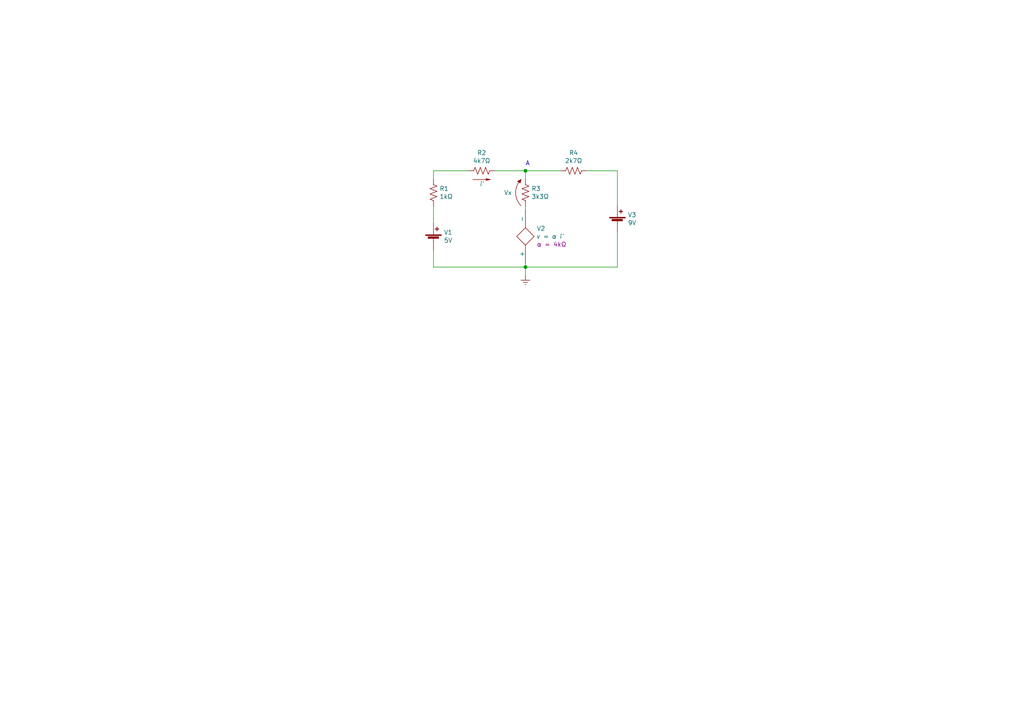
<source format=kicad_sch>
(kicad_sch (version 20211123) (generator eeschema)
  (paper "A4")
  (title_block (title "Questão 5 e 6 - P2/2020 - Noturno") (date "2020-11-18") (rev "0") (company "ETE103 - Fundamentos de Circuitos Analógicos"))
  (lib_symbols
    (symbol "Device:Battery_Cell" (pin_numbers hide) (pin_names (offset 0) hide)
      (property "Reference" "BT" (at 2.54 2.54 0))
      (property "Value" "Battery_Cell" (at 2.54 0 0))
      (symbol "Battery_Cell_0_1"
        (rectangle (start -2.286 1.778) (end 2.286 1.524) (fill (type outline)))
        (rectangle (start -1.5748 1.1938) (end 1.4732 0.6858) (fill (type outline)))
        (polyline (pts (xy 0 0.762) (xy 0 0)))
        (polyline (pts (xy 0 1.778) (xy 0 2.54)))
        (polyline (pts (xy 0.508 3.429) (xy 1.524 3.429)) (stroke (width 0.254)))
        (polyline (pts (xy 1.016 3.937) (xy 1.016 2.921)) (stroke (width 0.254)))
      )
      (symbol "Battery_Cell_1_1"
        (pin passive line (at 0 5.08 270) (length 2.54) (name "+") (number "1"))
        (pin passive line (at 0 -2.54 90) (length 2.54) (name "-") (number "2"))
      )
    )
    (symbol "Device:R_US" (pin_numbers hide) (pin_names (offset 0))
      (property "Reference" "R" (at 2.54 0 90))
      (property "Value" "R_US" (at -2.54 0 90))
      (symbol "R_US_0_1"
        (polyline (pts (xy 0 -2.286) (xy 0 -2.54)))
        (polyline (pts (xy 0 2.286) (xy 0 2.54)))
        (polyline (pts (xy 0 -0.762) (xy 1.016 -1.143) (xy 0 -1.524) (xy -1.016 -1.905) (xy 0 -2.286)))
        (polyline (pts (xy 0 0.762) (xy 1.016 0.381) (xy 0 0) (xy -1.016 -0.381) (xy 0 -0.762)))
        (polyline (pts (xy 0 2.286) (xy 1.016 1.905) (xy 0 1.524) (xy -1.016 1.143) (xy 0 0.762)))
      )
      (symbol "R_US_1_1"
        (pin passive line (at 0 3.81 270) (length 1.27) (name "~") (number "1"))
        (pin passive line (at 0 -3.81 90) (length 1.27) (name "~") (number "2"))
      )
    )
    (symbol "Personalizados:fonte_tensao_dep" (pin_numbers hide) (pin_names (offset 0))
      (property "Reference" "V" (at 3.81 0 0))
      (property "Value" "fonte_tensao_dep" (at -3.81 -0.635 90))
      (symbol "fonte_tensao_dep_0_1"
        (polyline (pts (xy 0 2.54) (xy -2.54 0) (xy 0 -2.54) (xy 2.54 0) (xy 0 2.54)))
      )
      (symbol "fonte_tensao_dep_1_1"
        (pin passive line (at 0 7.62 270) (length 5.08) (name "+") (number "1"))
        (pin passive line (at 0 -7.62 90) (length 5.08) (name "-") (number "2"))
      )
    )
    (symbol "Personalizados:seta_corrente" (pin_names (offset 1.016))
      (property "Reference" "I" (at 1.905 1.27 0))
      (symbol "seta_corrente_1_1"
        (polyline (pts (xy 4.064 0) (xy 0 0)))
        (polyline (pts (xy 5.08 0) (xy 3.81 -0.254) (xy 3.81 0.254) (xy 5.08 0)) (fill (type outline)))
      )
    )
    (symbol "Personalizados:seta_tensao_longa" (pin_names (offset 1.016))
      (property "Reference" "V" (at -2.54 0 0))
      (symbol "seta_tensao_longa_0_1"
        (polyline (pts (xy 0 3.81) (xy -1.016 3.302) (xy -0.254 2.794) (xy 0 3.81)) (fill (type outline)))
        (arc (start 0 3.81) (mid -1.5782 0) (end 0 -3.81))
      )
    )
    (symbol "power:Earth" (power) (pin_names (offset 0))
      (symbol "Earth_0_1"
        (polyline (pts (xy -0.635 -1.905) (xy 0.635 -1.905)))
        (polyline (pts (xy -0.127 -2.54) (xy 0.127 -2.54)))
        (polyline (pts (xy 0 -1.27) (xy 0 0)))
        (polyline (pts (xy 1.27 -1.27) (xy -1.27 -1.27)))
      )
      (symbol "Earth_1_1"
        (pin power_in line (at 0 0 270) (length 0) hide (name "Earth") (number "1"))
      )
    )
  )
  (junction (at 152.4 77.47))
  (junction (at 152.4 49.53))
  (wire (pts (xy 152.4 77.47) (xy 179.07 77.47)))
  (wire (pts (xy 179.07 67.31) (xy 179.07 77.47)))
  (wire (pts (xy 152.4 49.53) (xy 162.56 49.53)))
  (wire (pts (xy 170.18 49.53) (xy 179.07 49.53)))
  (wire (pts (xy 125.73 49.53) (xy 135.89 49.53)))
  (wire (pts (xy 152.4 80.01) (xy 152.4 77.47)))
  (wire (pts (xy 152.4 76.2) (xy 152.4 77.47)))
  (wire (pts (xy 125.73 77.47) (xy 125.73 72.39)))
  (wire (pts (xy 152.4 60.96) (xy 152.4 59.69)))
  (wire (pts (xy 179.07 49.53) (xy 179.07 59.69)))
  (wire (pts (xy 125.73 52.07) (xy 125.73 49.53)))
  (wire (pts (xy 143.51 49.53) (xy 152.4 49.53)))
  (wire (pts (xy 125.73 64.77) (xy 125.73 59.69)))
  (wire (pts (xy 152.4 49.53) (xy 152.4 52.07)))
  (wire (pts (xy 152.4 77.47) (xy 125.73 77.47)))
  (text "A" (at 152.4 48.26 0) (effects (font (size 1.27 1.27)) (justify left bottom)))
  (symbol (lib_id "Device:Battery_Cell") (at 125.73 69.85 0) (unit 1)
    (property "Reference" "V1" (at 128.7272 67.4116 0) (effects (justify left)))
    (property "Value" "5V" (at 128.7272 69.723 0) (effects (justify left)))
  )
  (symbol (lib_id "Device:R_US") (at 125.73 55.88 180) (unit 1)
    (property "Reference" "R1" (at 127.4572 54.7116 0) (effects (justify right)))
    (property "Value" "1kΩ" (at 127.4572 57.023 0) (effects (justify right)))
  )
  (symbol (lib_id "Device:R_US") (at 139.7 49.53 90) (unit 1)
    (property "Reference" "R2" (at 139.7 44.323 90))
    (property "Value" "4k7Ω" (at 139.7 46.6344 90))
  )
  (symbol (lib_id "Device:R_US") (at 166.37 49.53 90) (unit 1)
    (property "Reference" "R4" (at 166.37 44.323 90))
    (property "Value" "2k7Ω" (at 166.37 46.6344 90))
  )
  (symbol (lib_id "Device:R_US") (at 152.4 55.88 180) (unit 1)
    (property "Reference" "R3" (at 154.1272 54.7116 0) (effects (justify right)))
    (property "Value" "3k3Ω" (at 154.1272 57.023 0) (effects (justify right)))
  )
  (symbol (lib_id "Personalizados:fonte_tensao_dep") (at 152.4 68.58 180) (unit 1)
    (property "Reference" "V2" (at 155.6512 66.2686 0) (effects (justify right)))
    (property "Value" "v = α i'" (at 155.6512 68.58 0) (effects (font italic) (justify right)))
    (property "Observação" "α = 4kΩ" (at 155.6512 70.8914 0) (effects (justify right)))
  )
  (symbol (lib_id "Device:Battery_Cell") (at 179.07 64.77 0) (unit 1)
    (property "Reference" "V3" (at 182.0672 62.3316 0) (effects (justify left)))
    (property "Value" "9V" (at 182.0672 64.643 0) (effects (justify left)))
  )
  (symbol (lib_id "Personalizados:seta_corrente") (at 137.16 52.07 0) (unit 1)
    (property "Reference" "i'" (at 139.7 53.34 0) (effects (font italic)))
    (property "Value" "seta_corrente" (effects hide))
  )
  (symbol (lib_id "power:Earth") (at 152.4 80.01 0) (unit 1)
    (property "Reference" "#PWR?" (effects hide))
    (property "Value" "Earth" (effects hide))
  )
  (symbol (lib_id "Personalizados:seta_tensao_longa") (at 151.13 55.88 0) (unit 1)
    (property "Reference" "Vx" (at 147.32 55.88 0))
    (property "Value" "seta_tensao_longa" (effects hide))
  )
)
</source>
